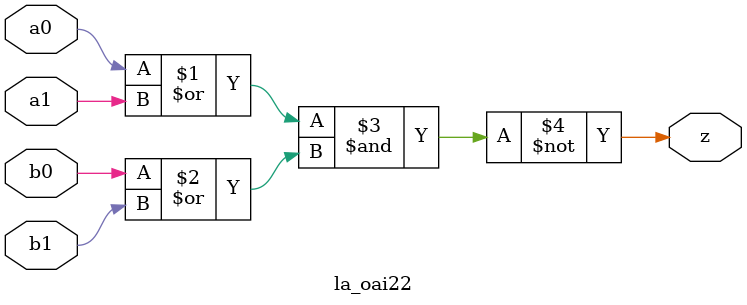
<source format=v>

module la_oai22 #(parameter PROP = "DEFAULT")   (
    input  a0,
    input  a1,
    input  b0,
    input  b1,
    output z
    );

   assign z = ~((a0 | a1) & (b0 | b1));

endmodule

</source>
